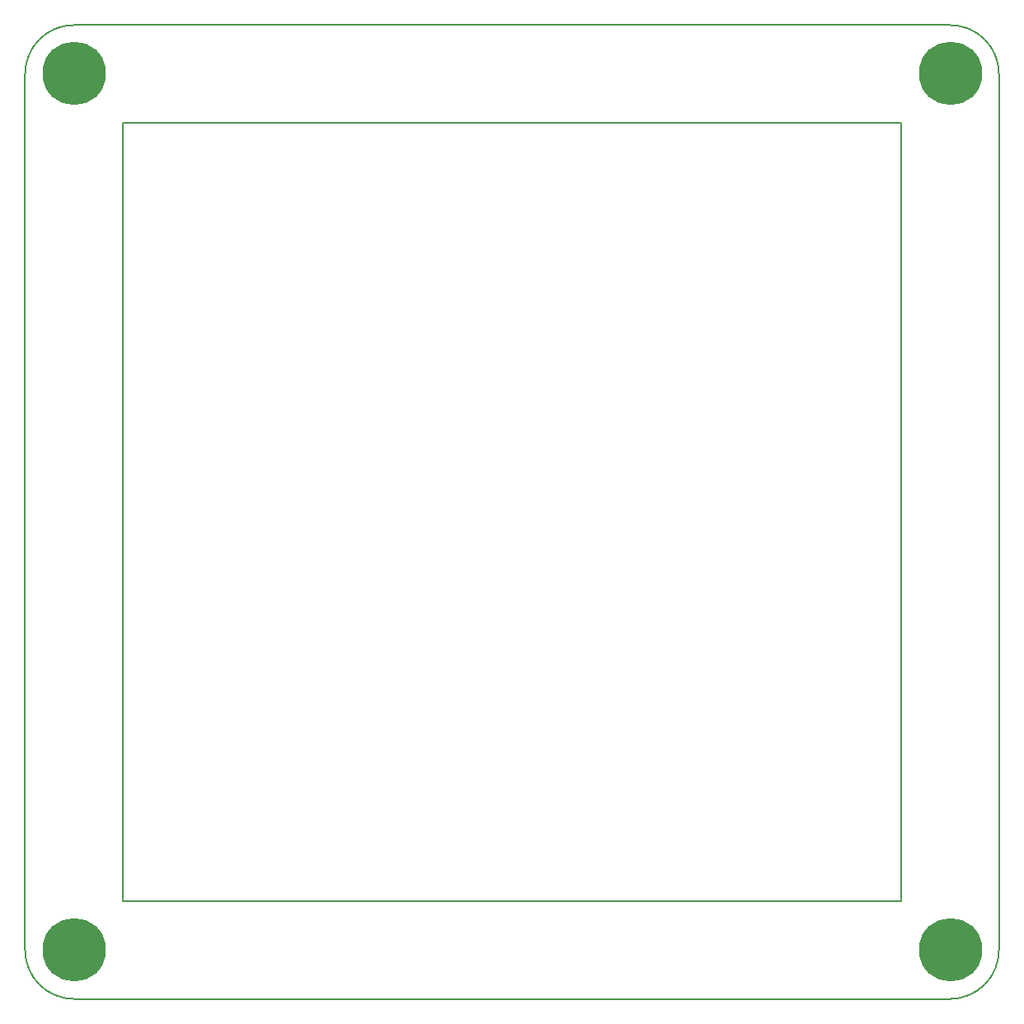
<source format=gbr>
%TF.GenerationSoftware,KiCad,Pcbnew,(5.1.6)-1*%
%TF.CreationDate,2020-12-06T18:47:15+01:00*%
%TF.ProjectId,05_Contour,30355f43-6f6e-4746-9f75-722e6b696361,rev?*%
%TF.SameCoordinates,Original*%
%TF.FileFunction,Soldermask,Bot*%
%TF.FilePolarity,Negative*%
%FSLAX46Y46*%
G04 Gerber Fmt 4.6, Leading zero omitted, Abs format (unit mm)*
G04 Created by KiCad (PCBNEW (5.1.6)-1) date 2020-12-06 18:47:15*
%MOMM*%
%LPD*%
G01*
G04 APERTURE LIST*
%TA.AperFunction,Profile*%
%ADD10C,0.150000*%
%TD*%
%ADD11C,6.500000*%
%ADD12C,0.900000*%
G04 APERTURE END LIST*
D10*
X195000000Y-55000000D02*
G75*
G02*
X200000000Y-60000000I0J-5000000D01*
G01*
X200000000Y-150000000D02*
G75*
G02*
X195000000Y-155000000I-5000000J0D01*
G01*
X105000000Y-155000000D02*
G75*
G02*
X100000000Y-150000000I0J5000000D01*
G01*
X100000000Y-60000000D02*
G75*
G02*
X105000000Y-55000000I5000000J0D01*
G01*
X100000000Y-150000000D02*
X100000000Y-60000000D01*
X195000000Y-155000000D02*
X105000000Y-155000000D01*
X200000000Y-60000000D02*
X200000000Y-150000000D01*
X105000000Y-55000000D02*
X195000000Y-55000000D01*
X110000000Y-65000000D02*
X110000000Y-145000000D01*
X190000000Y-145000000D02*
X110000000Y-145000000D01*
X190000000Y-65000000D02*
X190000000Y-145000000D01*
X110000000Y-65000000D02*
X190000000Y-65000000D01*
D11*
%TO.C,H1*%
X105000000Y-60000000D03*
D12*
X107400000Y-60000000D03*
X106697056Y-61697056D03*
X105000000Y-62400000D03*
X103302944Y-61697056D03*
X102600000Y-60000000D03*
X103302944Y-58302944D03*
X105000000Y-57600000D03*
X106697056Y-58302944D03*
%TD*%
D11*
%TO.C,H2*%
X195000000Y-60000000D03*
D12*
X197400000Y-60000000D03*
X196697056Y-61697056D03*
X195000000Y-62400000D03*
X193302944Y-61697056D03*
X192600000Y-60000000D03*
X193302944Y-58302944D03*
X195000000Y-57600000D03*
X196697056Y-58302944D03*
%TD*%
%TO.C,H3*%
X196697056Y-148302944D03*
X195000000Y-147600000D03*
X193302944Y-148302944D03*
X192600000Y-150000000D03*
X193302944Y-151697056D03*
X195000000Y-152400000D03*
X196697056Y-151697056D03*
X197400000Y-150000000D03*
D11*
X195000000Y-150000000D03*
%TD*%
D12*
%TO.C,H4*%
X106697056Y-148302944D03*
X105000000Y-147600000D03*
X103302944Y-148302944D03*
X102600000Y-150000000D03*
X103302944Y-151697056D03*
X105000000Y-152400000D03*
X106697056Y-151697056D03*
X107400000Y-150000000D03*
D11*
X105000000Y-150000000D03*
%TD*%
M02*

</source>
